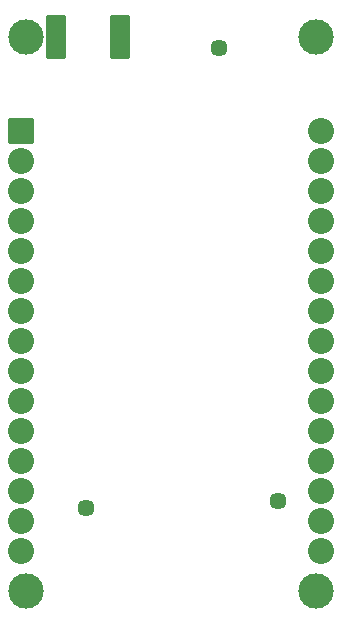
<source format=gbs>
G04 #@! TF.GenerationSoftware,KiCad,Pcbnew,6.0.2+dfsg-1*
G04 #@! TF.CreationDate,2024-02-25T21:37:05-08:00*
G04 #@! TF.ProjectId,cchat,63636861-742e-46b6-9963-61645f706362,rev?*
G04 #@! TF.SameCoordinates,Original*
G04 #@! TF.FileFunction,Soldermask,Bot*
G04 #@! TF.FilePolarity,Negative*
%FSLAX46Y46*%
G04 Gerber Fmt 4.6, Leading zero omitted, Abs format (unit mm)*
G04 Created by KiCad (PCBNEW 6.0.2+dfsg-1) date 2024-02-25 21:37:05*
%MOMM*%
%LPD*%
G01*
G04 APERTURE LIST*
G04 Aperture macros list*
%AMRoundRect*
0 Rectangle with rounded corners*
0 $1 Rounding radius*
0 $2 $3 $4 $5 $6 $7 $8 $9 X,Y pos of 4 corners*
0 Add a 4 corners polygon primitive as box body*
4,1,4,$2,$3,$4,$5,$6,$7,$8,$9,$2,$3,0*
0 Add four circle primitives for the rounded corners*
1,1,$1+$1,$2,$3*
1,1,$1+$1,$4,$5*
1,1,$1+$1,$6,$7*
1,1,$1+$1,$8,$9*
0 Add four rect primitives between the rounded corners*
20,1,$1+$1,$2,$3,$4,$5,0*
20,1,$1+$1,$4,$5,$6,$7,0*
20,1,$1+$1,$6,$7,$8,$9,0*
20,1,$1+$1,$8,$9,$2,$3,0*%
G04 Aperture macros list end*
%ADD10C,1.448000*%
%ADD11C,3.000000*%
%ADD12RoundRect,0.102000X-1.000000X-1.000000X1.000000X-1.000000X1.000000X1.000000X-1.000000X1.000000X0*%
%ADD13C,2.204000*%
%ADD14RoundRect,0.102000X-0.750000X1.750000X-0.750000X-1.750000X0.750000X-1.750000X0.750000X1.750000X0*%
G04 APERTURE END LIST*
D10*
X136000000Y-117300000D03*
X119700000Y-117900000D03*
D11*
X114635000Y-77990000D03*
X139145000Y-124940000D03*
X114635000Y-124940000D03*
X139145000Y-77990000D03*
D12*
X114215000Y-85950000D03*
D13*
X114215000Y-88490000D03*
X114215000Y-91030000D03*
X114215000Y-93570000D03*
X114215000Y-96110000D03*
X114215000Y-98650000D03*
X114215000Y-101190000D03*
X114215000Y-103730000D03*
X114215000Y-106270000D03*
X114215000Y-108810000D03*
X114215000Y-111350000D03*
X114215000Y-113890000D03*
X114215000Y-116430000D03*
X114215000Y-118970000D03*
X114215000Y-121510000D03*
X139615000Y-121510000D03*
X139615000Y-118970000D03*
X139615000Y-116430000D03*
X139615000Y-113890000D03*
X139615000Y-111350000D03*
X139615000Y-108810000D03*
X139615000Y-106270000D03*
X139615000Y-103730000D03*
X139615000Y-101190000D03*
X139615000Y-98650000D03*
X139615000Y-96110000D03*
X139615000Y-93570000D03*
X139615000Y-91030000D03*
X139615000Y-88490000D03*
X139615000Y-85950000D03*
D14*
X122600000Y-77972500D03*
X117200000Y-77972500D03*
D10*
X131000000Y-78900000D03*
M02*

</source>
